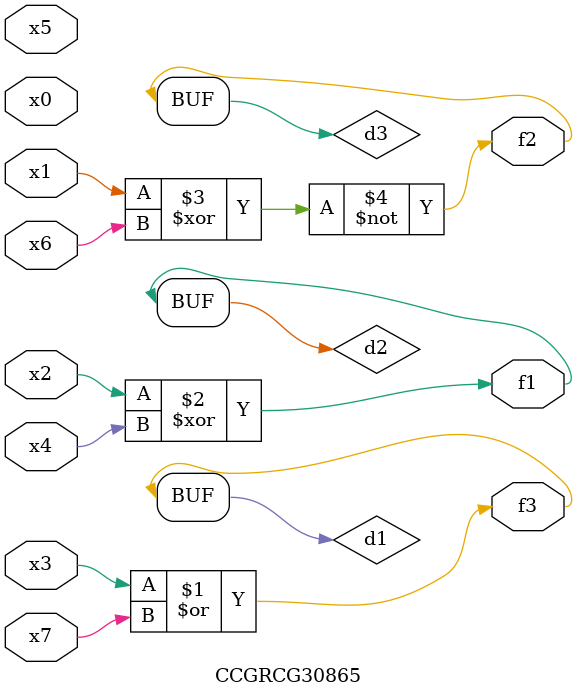
<source format=v>
module CCGRCG30865(
	input x0, x1, x2, x3, x4, x5, x6, x7,
	output f1, f2, f3
);

	wire d1, d2, d3;

	or (d1, x3, x7);
	xor (d2, x2, x4);
	xnor (d3, x1, x6);
	assign f1 = d2;
	assign f2 = d3;
	assign f3 = d1;
endmodule

</source>
